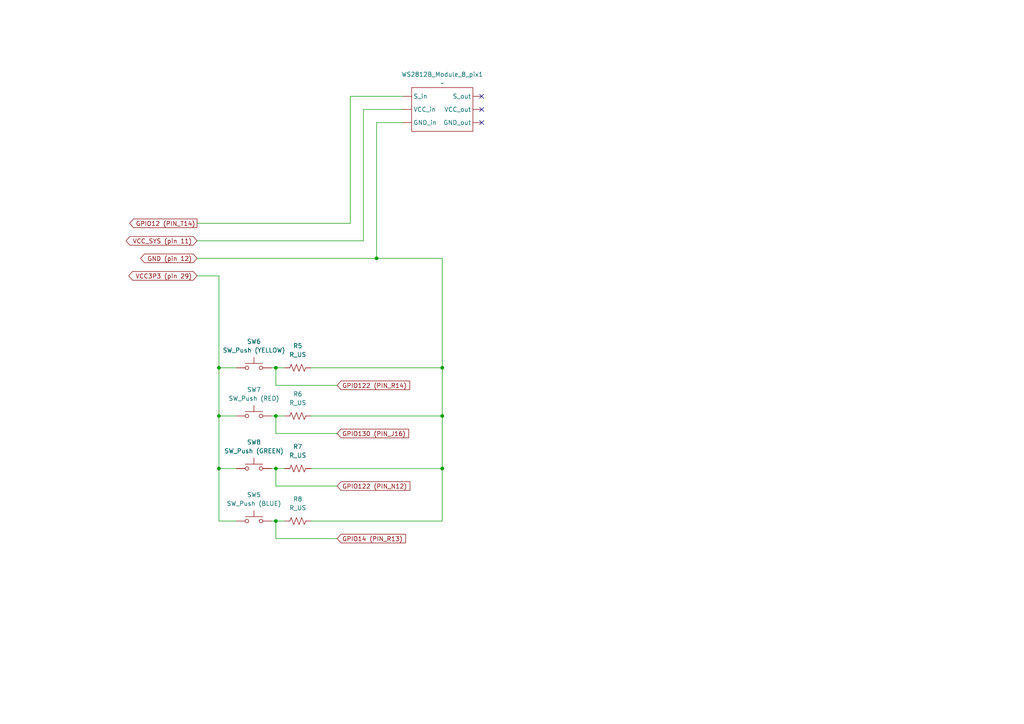
<source format=kicad_sch>
(kicad_sch
	(version 20231120)
	(generator "eeschema")
	(generator_version "8.0")
	(uuid "1ce0d6b3-e031-41e6-8652-e29a3b9692c9")
	(paper "A4")
	(lib_symbols
		(symbol "Device:R_US"
			(pin_numbers hide)
			(pin_names
				(offset 0)
			)
			(exclude_from_sim no)
			(in_bom yes)
			(on_board yes)
			(property "Reference" "R"
				(at 2.54 0 90)
				(effects
					(font
						(size 1.27 1.27)
					)
				)
			)
			(property "Value" "R_US"
				(at -2.54 0 90)
				(effects
					(font
						(size 1.27 1.27)
					)
				)
			)
			(property "Footprint" ""
				(at 1.016 -0.254 90)
				(effects
					(font
						(size 1.27 1.27)
					)
					(hide yes)
				)
			)
			(property "Datasheet" "~"
				(at 0 0 0)
				(effects
					(font
						(size 1.27 1.27)
					)
					(hide yes)
				)
			)
			(property "Description" "Resistor, US symbol"
				(at 0 0 0)
				(effects
					(font
						(size 1.27 1.27)
					)
					(hide yes)
				)
			)
			(property "ki_keywords" "R res resistor"
				(at 0 0 0)
				(effects
					(font
						(size 1.27 1.27)
					)
					(hide yes)
				)
			)
			(property "ki_fp_filters" "R_*"
				(at 0 0 0)
				(effects
					(font
						(size 1.27 1.27)
					)
					(hide yes)
				)
			)
			(symbol "R_US_0_1"
				(polyline
					(pts
						(xy 0 -2.286) (xy 0 -2.54)
					)
					(stroke
						(width 0)
						(type default)
					)
					(fill
						(type none)
					)
				)
				(polyline
					(pts
						(xy 0 2.286) (xy 0 2.54)
					)
					(stroke
						(width 0)
						(type default)
					)
					(fill
						(type none)
					)
				)
				(polyline
					(pts
						(xy 0 -0.762) (xy 1.016 -1.143) (xy 0 -1.524) (xy -1.016 -1.905) (xy 0 -2.286)
					)
					(stroke
						(width 0)
						(type default)
					)
					(fill
						(type none)
					)
				)
				(polyline
					(pts
						(xy 0 0.762) (xy 1.016 0.381) (xy 0 0) (xy -1.016 -0.381) (xy 0 -0.762)
					)
					(stroke
						(width 0)
						(type default)
					)
					(fill
						(type none)
					)
				)
				(polyline
					(pts
						(xy 0 2.286) (xy 1.016 1.905) (xy 0 1.524) (xy -1.016 1.143) (xy 0 0.762)
					)
					(stroke
						(width 0)
						(type default)
					)
					(fill
						(type none)
					)
				)
			)
			(symbol "R_US_1_1"
				(pin passive line
					(at 0 3.81 270)
					(length 1.27)
					(name "~"
						(effects
							(font
								(size 1.27 1.27)
							)
						)
					)
					(number "1"
						(effects
							(font
								(size 1.27 1.27)
							)
						)
					)
				)
				(pin passive line
					(at 0 -3.81 90)
					(length 1.27)
					(name "~"
						(effects
							(font
								(size 1.27 1.27)
							)
						)
					)
					(number "2"
						(effects
							(font
								(size 1.27 1.27)
							)
						)
					)
				)
			)
		)
		(symbol "Switch:SW_Push"
			(pin_numbers hide)
			(pin_names
				(offset 1.016) hide)
			(exclude_from_sim no)
			(in_bom yes)
			(on_board yes)
			(property "Reference" "SW"
				(at 1.27 2.54 0)
				(effects
					(font
						(size 1.27 1.27)
					)
					(justify left)
				)
			)
			(property "Value" "SW_Push"
				(at 0 -1.524 0)
				(effects
					(font
						(size 1.27 1.27)
					)
				)
			)
			(property "Footprint" ""
				(at 0 5.08 0)
				(effects
					(font
						(size 1.27 1.27)
					)
					(hide yes)
				)
			)
			(property "Datasheet" "~"
				(at 0 5.08 0)
				(effects
					(font
						(size 1.27 1.27)
					)
					(hide yes)
				)
			)
			(property "Description" "Push button switch, generic, two pins"
				(at 0 0 0)
				(effects
					(font
						(size 1.27 1.27)
					)
					(hide yes)
				)
			)
			(property "ki_keywords" "switch normally-open pushbutton push-button"
				(at 0 0 0)
				(effects
					(font
						(size 1.27 1.27)
					)
					(hide yes)
				)
			)
			(symbol "SW_Push_0_1"
				(circle
					(center -2.032 0)
					(radius 0.508)
					(stroke
						(width 0)
						(type default)
					)
					(fill
						(type none)
					)
				)
				(polyline
					(pts
						(xy 0 1.27) (xy 0 3.048)
					)
					(stroke
						(width 0)
						(type default)
					)
					(fill
						(type none)
					)
				)
				(polyline
					(pts
						(xy 2.54 1.27) (xy -2.54 1.27)
					)
					(stroke
						(width 0)
						(type default)
					)
					(fill
						(type none)
					)
				)
				(circle
					(center 2.032 0)
					(radius 0.508)
					(stroke
						(width 0)
						(type default)
					)
					(fill
						(type none)
					)
				)
				(pin passive line
					(at -5.08 0 0)
					(length 2.54)
					(name "1"
						(effects
							(font
								(size 1.27 1.27)
							)
						)
					)
					(number "1"
						(effects
							(font
								(size 1.27 1.27)
							)
						)
					)
				)
				(pin passive line
					(at 5.08 0 180)
					(length 2.54)
					(name "2"
						(effects
							(font
								(size 1.27 1.27)
							)
						)
					)
					(number "2"
						(effects
							(font
								(size 1.27 1.27)
							)
						)
					)
				)
			)
		)
		(symbol "fpga_lib:module_8_LEDs_ws2812b"
			(exclude_from_sim no)
			(in_bom yes)
			(on_board yes)
			(property "Reference" "WS2812B_Module_8_pix"
				(at 0 0 0)
				(effects
					(font
						(size 1.27 1.27)
					)
				)
			)
			(property "Value" ""
				(at 0 0 0)
				(effects
					(font
						(size 1.27 1.27)
					)
				)
			)
			(property "Footprint" ""
				(at 0 0 0)
				(effects
					(font
						(size 1.27 1.27)
					)
					(hide yes)
				)
			)
			(property "Datasheet" ""
				(at 0 0 0)
				(effects
					(font
						(size 1.27 1.27)
					)
					(hide yes)
				)
			)
			(property "Description" ""
				(at 0 0 0)
				(effects
					(font
						(size 1.27 1.27)
					)
					(hide yes)
				)
			)
			(symbol "module_8_LEDs_ws2812b_0_1"
				(rectangle
					(start -8.89 -1.27)
					(end 8.89 -13.97)
					(stroke
						(width 0)
						(type default)
					)
					(fill
						(type none)
					)
				)
			)
			(symbol "module_8_LEDs_ws2812b_1_1"
				(pin power_in line
					(at -11.43 -11.43 0)
					(length 2.54)
					(name "GND_in"
						(effects
							(font
								(size 1.27 1.27)
							)
						)
					)
					(number ""
						(effects
							(font
								(size 1.27 1.27)
							)
						)
					)
				)
				(pin power_out line
					(at 11.43 -11.43 180)
					(length 2.54)
					(name "GND_out"
						(effects
							(font
								(size 1.27 1.27)
							)
						)
					)
					(number ""
						(effects
							(font
								(size 1.27 1.27)
							)
						)
					)
				)
				(pin input line
					(at -11.43 -3.81 0)
					(length 2.54)
					(name "S_in"
						(effects
							(font
								(size 1.27 1.27)
							)
						)
					)
					(number ""
						(effects
							(font
								(size 1.27 1.27)
							)
						)
					)
				)
				(pin output line
					(at 11.43 -3.81 180)
					(length 2.54)
					(name "S_out"
						(effects
							(font
								(size 1.27 1.27)
							)
						)
					)
					(number ""
						(effects
							(font
								(size 1.27 1.27)
							)
						)
					)
				)
				(pin power_in line
					(at -11.43 -7.62 0)
					(length 2.54)
					(name "VCC_in"
						(effects
							(font
								(size 1.27 1.27)
							)
						)
					)
					(number ""
						(effects
							(font
								(size 1.27 1.27)
							)
						)
					)
				)
				(pin power_out line
					(at 11.43 -7.62 180)
					(length 2.54)
					(name "VCC_out"
						(effects
							(font
								(size 1.27 1.27)
							)
						)
					)
					(number ""
						(effects
							(font
								(size 1.27 1.27)
							)
						)
					)
				)
			)
		)
	)
	(junction
		(at 63.5 106.68)
		(diameter 0)
		(color 0 0 0 0)
		(uuid "05a41c35-0cfc-4908-970e-d8b7829f6b76")
	)
	(junction
		(at 63.5 135.89)
		(diameter 0)
		(color 0 0 0 0)
		(uuid "096e11e0-e3e2-4502-8d74-d0b6caa99eb1")
	)
	(junction
		(at 109.22 74.93)
		(diameter 0)
		(color 0 0 0 0)
		(uuid "0e011b6d-74f5-4f3c-8f66-51449c773da8")
	)
	(junction
		(at 80.01 106.68)
		(diameter 0)
		(color 0 0 0 0)
		(uuid "0ed4ff12-05c4-4f11-b609-b5d7d87f4d28")
	)
	(junction
		(at 128.27 120.65)
		(diameter 0)
		(color 0 0 0 0)
		(uuid "76821cd4-d925-4e1d-9a5a-00722a13e16a")
	)
	(junction
		(at 80.01 151.13)
		(diameter 0)
		(color 0 0 0 0)
		(uuid "80aa901a-dbf6-4d5e-a8b8-ec2b17ddc57f")
	)
	(junction
		(at 128.27 135.89)
		(diameter 0)
		(color 0 0 0 0)
		(uuid "82e1e353-6d51-4081-85ca-3edaf8b15997")
	)
	(junction
		(at 80.01 120.65)
		(diameter 0)
		(color 0 0 0 0)
		(uuid "87b17fa3-50b9-47a6-8c2c-0f16507bc7e6")
	)
	(junction
		(at 63.5 120.65)
		(diameter 0)
		(color 0 0 0 0)
		(uuid "a4c2df03-8dfa-4b02-a8e7-863cb075a9f4")
	)
	(junction
		(at 80.01 135.89)
		(diameter 0)
		(color 0 0 0 0)
		(uuid "b3bf839f-1c30-4511-993c-14f394418946")
	)
	(junction
		(at 128.27 106.68)
		(diameter 0)
		(color 0 0 0 0)
		(uuid "b4ad7b3b-f0a6-472c-a578-d8938204fa91")
	)
	(no_connect
		(at 139.7 27.94)
		(uuid "0c8f8525-2f1b-4a2d-8d62-e71750e7b3c0")
	)
	(no_connect
		(at 139.7 35.56)
		(uuid "2f3e2025-0c2b-4ccf-a2f1-81122e2f07ad")
	)
	(no_connect
		(at 139.7 31.75)
		(uuid "fd3ba6ea-9519-4ae1-9ace-594d77042b2b")
	)
	(wire
		(pts
			(xy 57.15 69.85) (xy 105.41 69.85)
		)
		(stroke
			(width 0)
			(type default)
		)
		(uuid "022c9934-cdaf-4e78-a52b-3a0386702301")
	)
	(wire
		(pts
			(xy 128.27 106.68) (xy 128.27 120.65)
		)
		(stroke
			(width 0)
			(type default)
		)
		(uuid "0b87d4b2-5cf8-41f4-9b05-f2dc6e9c19a8")
	)
	(wire
		(pts
			(xy 109.22 35.56) (xy 116.84 35.56)
		)
		(stroke
			(width 0)
			(type default)
		)
		(uuid "0e7af217-8c68-4c38-ae47-f2669d584106")
	)
	(wire
		(pts
			(xy 68.58 135.89) (xy 63.5 135.89)
		)
		(stroke
			(width 0)
			(type default)
		)
		(uuid "15d893e6-0f61-4951-9036-882e61173b7a")
	)
	(wire
		(pts
			(xy 80.01 135.89) (xy 82.55 135.89)
		)
		(stroke
			(width 0)
			(type default)
		)
		(uuid "1b93d1e0-dd7a-4d50-988e-4afd6a42e002")
	)
	(wire
		(pts
			(xy 78.74 120.65) (xy 80.01 120.65)
		)
		(stroke
			(width 0)
			(type default)
		)
		(uuid "1ecc38b8-bacf-4174-b1d1-cc99806cc811")
	)
	(wire
		(pts
			(xy 128.27 74.93) (xy 109.22 74.93)
		)
		(stroke
			(width 0)
			(type default)
		)
		(uuid "294679a1-78fe-4bcd-bd8f-eefe02ba709d")
	)
	(wire
		(pts
			(xy 90.17 106.68) (xy 128.27 106.68)
		)
		(stroke
			(width 0)
			(type default)
		)
		(uuid "2bce2f28-4fbd-4984-b077-c7aac9280b49")
	)
	(wire
		(pts
			(xy 90.17 135.89) (xy 128.27 135.89)
		)
		(stroke
			(width 0)
			(type default)
		)
		(uuid "3cb87767-c78a-4c86-b8f5-05123eee6e34")
	)
	(wire
		(pts
			(xy 80.01 140.97) (xy 80.01 135.89)
		)
		(stroke
			(width 0)
			(type default)
		)
		(uuid "417fecd5-354a-41c8-8e05-c9de503e099e")
	)
	(wire
		(pts
			(xy 116.84 31.75) (xy 105.41 31.75)
		)
		(stroke
			(width 0)
			(type default)
		)
		(uuid "4ca616b1-0fd7-4919-be32-f01513112868")
	)
	(wire
		(pts
			(xy 57.15 64.77) (xy 101.6 64.77)
		)
		(stroke
			(width 0)
			(type default)
		)
		(uuid "4d917fc7-20ba-4488-af7a-68432b3afd06")
	)
	(wire
		(pts
			(xy 101.6 27.94) (xy 116.84 27.94)
		)
		(stroke
			(width 0)
			(type default)
		)
		(uuid "53f21779-306b-43db-8d92-1636a58f85e4")
	)
	(wire
		(pts
			(xy 78.74 106.68) (xy 80.01 106.68)
		)
		(stroke
			(width 0)
			(type default)
		)
		(uuid "564b4b06-1f56-4a70-ae63-f1d4d9b671c0")
	)
	(wire
		(pts
			(xy 63.5 135.89) (xy 63.5 120.65)
		)
		(stroke
			(width 0)
			(type default)
		)
		(uuid "57fe8a4d-f755-4792-921f-80f8364a5b43")
	)
	(wire
		(pts
			(xy 68.58 120.65) (xy 63.5 120.65)
		)
		(stroke
			(width 0)
			(type default)
		)
		(uuid "6276f3db-1c9d-47a5-b204-557fd7357316")
	)
	(wire
		(pts
			(xy 78.74 151.13) (xy 80.01 151.13)
		)
		(stroke
			(width 0)
			(type default)
		)
		(uuid "639cace8-8390-4c11-bbe2-1ab124dd9c57")
	)
	(wire
		(pts
			(xy 68.58 151.13) (xy 63.5 151.13)
		)
		(stroke
			(width 0)
			(type default)
		)
		(uuid "7061d42d-9ae6-4bff-940f-ced95d91dd55")
	)
	(wire
		(pts
			(xy 63.5 106.68) (xy 68.58 106.68)
		)
		(stroke
			(width 0)
			(type default)
		)
		(uuid "73d5a4a3-0745-4466-a1f7-7dc6a14e1425")
	)
	(wire
		(pts
			(xy 109.22 35.56) (xy 109.22 74.93)
		)
		(stroke
			(width 0)
			(type default)
		)
		(uuid "7b10c09c-6f4b-4b36-afa6-9e97d066c29b")
	)
	(wire
		(pts
			(xy 78.74 135.89) (xy 80.01 135.89)
		)
		(stroke
			(width 0)
			(type default)
		)
		(uuid "815612f7-fd3f-416c-bf05-cf6ef76f76cb")
	)
	(wire
		(pts
			(xy 63.5 151.13) (xy 63.5 135.89)
		)
		(stroke
			(width 0)
			(type default)
		)
		(uuid "872087cf-35a9-456a-a507-a3d551ae7e70")
	)
	(wire
		(pts
			(xy 90.17 120.65) (xy 128.27 120.65)
		)
		(stroke
			(width 0)
			(type default)
		)
		(uuid "9a7f86b6-7b15-49be-be0f-2b3f80422cfb")
	)
	(wire
		(pts
			(xy 80.01 151.13) (xy 82.55 151.13)
		)
		(stroke
			(width 0)
			(type default)
		)
		(uuid "a2a548b5-7f00-4533-a991-f6323a00a0a9")
	)
	(wire
		(pts
			(xy 128.27 151.13) (xy 128.27 135.89)
		)
		(stroke
			(width 0)
			(type default)
		)
		(uuid "a2c99c9f-5305-4d5b-ac36-3f5420c2b15b")
	)
	(wire
		(pts
			(xy 101.6 27.94) (xy 101.6 64.77)
		)
		(stroke
			(width 0)
			(type default)
		)
		(uuid "a4b7ee2f-5ae3-4111-bd84-1e073de260d1")
	)
	(wire
		(pts
			(xy 80.01 106.68) (xy 82.55 106.68)
		)
		(stroke
			(width 0)
			(type default)
		)
		(uuid "a6954c33-2651-4e3a-aa7c-2629d6ecda5d")
	)
	(wire
		(pts
			(xy 80.01 120.65) (xy 82.55 120.65)
		)
		(stroke
			(width 0)
			(type default)
		)
		(uuid "baa7b9f3-7191-4736-a9a3-c6584343a7d8")
	)
	(wire
		(pts
			(xy 80.01 125.73) (xy 80.01 120.65)
		)
		(stroke
			(width 0)
			(type default)
		)
		(uuid "c4cc54d7-535b-4ffc-8af1-166de457fa4a")
	)
	(wire
		(pts
			(xy 105.41 31.75) (xy 105.41 69.85)
		)
		(stroke
			(width 0)
			(type default)
		)
		(uuid "c961a8c4-6d77-48f1-b87b-437709ad202f")
	)
	(wire
		(pts
			(xy 128.27 135.89) (xy 128.27 120.65)
		)
		(stroke
			(width 0)
			(type default)
		)
		(uuid "cf79498a-3749-4a0b-b976-8bb97f75fd4e")
	)
	(wire
		(pts
			(xy 90.17 151.13) (xy 128.27 151.13)
		)
		(stroke
			(width 0)
			(type default)
		)
		(uuid "d03fe93c-a482-4e0a-973c-26f8676c5bc7")
	)
	(wire
		(pts
			(xy 97.79 140.97) (xy 80.01 140.97)
		)
		(stroke
			(width 0)
			(type default)
		)
		(uuid "d3da5620-9a14-4c46-890e-113cb56e111e")
	)
	(wire
		(pts
			(xy 63.5 80.01) (xy 63.5 106.68)
		)
		(stroke
			(width 0)
			(type default)
		)
		(uuid "d709ec6e-9ac5-4c7b-85e1-718e7b8de6fa")
	)
	(wire
		(pts
			(xy 57.15 80.01) (xy 63.5 80.01)
		)
		(stroke
			(width 0)
			(type default)
		)
		(uuid "d8ac8cbb-73f1-495d-828d-0aefddfa9885")
	)
	(wire
		(pts
			(xy 57.15 74.93) (xy 109.22 74.93)
		)
		(stroke
			(width 0)
			(type default)
		)
		(uuid "d97f22fb-a6bb-48c9-927f-03aaf8dbbb8a")
	)
	(wire
		(pts
			(xy 97.79 156.21) (xy 80.01 156.21)
		)
		(stroke
			(width 0)
			(type default)
		)
		(uuid "dded19d3-588a-4ebf-b0c3-b5d714ec606a")
	)
	(wire
		(pts
			(xy 80.01 156.21) (xy 80.01 151.13)
		)
		(stroke
			(width 0)
			(type default)
		)
		(uuid "e124054f-97a2-4915-b14c-de029abf0652")
	)
	(wire
		(pts
			(xy 63.5 120.65) (xy 63.5 106.68)
		)
		(stroke
			(width 0)
			(type default)
		)
		(uuid "e165a3ee-2879-4fcb-aba9-99c83b828bf1")
	)
	(wire
		(pts
			(xy 80.01 111.76) (xy 80.01 106.68)
		)
		(stroke
			(width 0)
			(type default)
		)
		(uuid "e3ac7caa-3286-438b-8cb4-cdc8e6ce27aa")
	)
	(wire
		(pts
			(xy 97.79 125.73) (xy 80.01 125.73)
		)
		(stroke
			(width 0)
			(type default)
		)
		(uuid "ea79effa-865c-436a-8258-493c87ea56ba")
	)
	(wire
		(pts
			(xy 97.79 111.76) (xy 80.01 111.76)
		)
		(stroke
			(width 0)
			(type default)
		)
		(uuid "fcc72351-63c7-416e-9d15-f8dd59b112dc")
	)
	(wire
		(pts
			(xy 128.27 74.93) (xy 128.27 106.68)
		)
		(stroke
			(width 0)
			(type default)
		)
		(uuid "fe3a0649-aa19-46fd-8281-b967aa4e9963")
	)
	(global_label "GND (pin 12)"
		(shape bidirectional)
		(at 57.15 74.93 180)
		(fields_autoplaced yes)
		(effects
			(font
				(size 1.27 1.27)
			)
			(justify right)
		)
		(uuid "0829fdb5-6542-4e74-be23-18bd4fe0fa6a")
		(property "Intersheetrefs" "${INTERSHEET_REFS}"
			(at 40.2326 74.93 0)
			(effects
				(font
					(size 1.27 1.27)
				)
				(justify right)
				(hide yes)
			)
		)
	)
	(global_label "GPIO12 (PIN_T14)"
		(shape output)
		(at 57.15 64.77 180)
		(fields_autoplaced yes)
		(effects
			(font
				(size 1.27 1.27)
			)
			(justify right)
		)
		(uuid "3595f9e9-6a76-4557-9d45-ed1c70df2449")
		(property "Intersheetrefs" "${INTERSHEET_REFS}"
			(at 37.05 64.77 0)
			(effects
				(font
					(size 1.27 1.27)
				)
				(justify right)
				(hide yes)
			)
		)
	)
	(global_label "VCC3P3 (pin 29)"
		(shape bidirectional)
		(at 57.15 80.01 180)
		(fields_autoplaced yes)
		(effects
			(font
				(size 1.27 1.27)
			)
			(justify right)
		)
		(uuid "8a2a1dc3-dbac-43f5-bec1-4b0ec40c589f")
		(property "Intersheetrefs" "${INTERSHEET_REFS}"
			(at 36.7855 80.01 0)
			(effects
				(font
					(size 1.27 1.27)
				)
				(justify right)
				(hide yes)
			)
		)
	)
	(global_label "VCC_SYS (pin 11)"
		(shape bidirectional)
		(at 57.15 69.85 180)
		(fields_autoplaced yes)
		(effects
			(font
				(size 1.27 1.27)
			)
			(justify right)
		)
		(uuid "8fb7ecf7-ae91-441f-a1c1-f7b5ec0f9abb")
		(property "Intersheetrefs" "${INTERSHEET_REFS}"
			(at 35.9993 69.85 0)
			(effects
				(font
					(size 1.27 1.27)
				)
				(justify right)
				(hide yes)
			)
		)
	)
	(global_label "GPIO14 (PIN_R13)"
		(shape input)
		(at 97.79 156.21 0)
		(fields_autoplaced yes)
		(effects
			(font
				(size 1.27 1.27)
			)
			(justify left)
		)
		(uuid "a40615af-4a6b-4132-8413-61c67695a1c0")
		(property "Intersheetrefs" "${INTERSHEET_REFS}"
			(at 118.1924 156.21 0)
			(effects
				(font
					(size 1.27 1.27)
				)
				(justify left)
				(hide yes)
			)
		)
	)
	(global_label "GPIO122 (PIN_R14)"
		(shape input)
		(at 97.79 111.76 0)
		(fields_autoplaced yes)
		(effects
			(font
				(size 1.27 1.27)
			)
			(justify left)
		)
		(uuid "b334fa98-6f2f-4a8d-8d55-3622876e1ac7")
		(property "Intersheetrefs" "${INTERSHEET_REFS}"
			(at 119.4019 111.76 0)
			(effects
				(font
					(size 1.27 1.27)
				)
				(justify left)
				(hide yes)
			)
		)
	)
	(global_label "GPIO122 (PIN_N12)"
		(shape input)
		(at 97.79 140.97 0)
		(fields_autoplaced yes)
		(effects
			(font
				(size 1.27 1.27)
			)
			(justify left)
		)
		(uuid "e78f52e3-719e-4c04-9e99-c3a7c432e8d4")
		(property "Intersheetrefs" "${INTERSHEET_REFS}"
			(at 119.4624 140.97 0)
			(effects
				(font
					(size 1.27 1.27)
				)
				(justify left)
				(hide yes)
			)
		)
	)
	(global_label "GPIO130 (PIN_J16)"
		(shape input)
		(at 97.79 125.73 0)
		(fields_autoplaced yes)
		(effects
			(font
				(size 1.27 1.27)
			)
			(justify left)
		)
		(uuid "f1c16584-0d45-4e38-9234-3175b580d690")
		(property "Intersheetrefs" "${INTERSHEET_REFS}"
			(at 119.0995 125.73 0)
			(effects
				(font
					(size 1.27 1.27)
				)
				(justify left)
				(hide yes)
			)
		)
	)
	(symbol
		(lib_id "Switch:SW_Push")
		(at 73.66 120.65 0)
		(unit 1)
		(exclude_from_sim no)
		(in_bom yes)
		(on_board yes)
		(dnp no)
		(fields_autoplaced yes)
		(uuid "001a4953-9501-42cd-ba82-4bed34664d4c")
		(property "Reference" "SW7"
			(at 73.66 113.03 0)
			(effects
				(font
					(size 1.27 1.27)
				)
			)
		)
		(property "Value" "SW_Push (RED)"
			(at 73.66 115.57 0)
			(effects
				(font
					(size 1.27 1.27)
				)
			)
		)
		(property "Footprint" ""
			(at 73.66 115.57 0)
			(effects
				(font
					(size 1.27 1.27)
				)
				(hide yes)
			)
		)
		(property "Datasheet" "~"
			(at 73.66 115.57 0)
			(effects
				(font
					(size 1.27 1.27)
				)
				(hide yes)
			)
		)
		(property "Description" "Push button switch, generic, two pins"
			(at 73.66 120.65 0)
			(effects
				(font
					(size 1.27 1.27)
				)
				(hide yes)
			)
		)
		(pin "2"
			(uuid "b4e35feb-1362-4483-b03f-6e3dee70a16b")
		)
		(pin "1"
			(uuid "a72b0ba1-a8d9-4069-9a36-7cb0aab07c85")
		)
		(instances
			(project ""
				(path "/40e8b58e-fede-4956-ac8c-a3df9c5062b3/51c9b743-3607-4894-8a9c-99bd76c4b321"
					(reference "SW7")
					(unit 1)
				)
			)
		)
	)
	(symbol
		(lib_id "Device:R_US")
		(at 86.36 151.13 90)
		(unit 1)
		(exclude_from_sim no)
		(in_bom yes)
		(on_board yes)
		(dnp no)
		(fields_autoplaced yes)
		(uuid "306ed5c3-6f2b-4837-92b4-5558f1a70282")
		(property "Reference" "R8"
			(at 86.36 144.78 90)
			(effects
				(font
					(size 1.27 1.27)
				)
			)
		)
		(property "Value" "R_US"
			(at 86.36 147.32 90)
			(effects
				(font
					(size 1.27 1.27)
				)
			)
		)
		(property "Footprint" ""
			(at 86.614 150.114 90)
			(effects
				(font
					(size 1.27 1.27)
				)
				(hide yes)
			)
		)
		(property "Datasheet" "~"
			(at 86.36 151.13 0)
			(effects
				(font
					(size 1.27 1.27)
				)
				(hide yes)
			)
		)
		(property "Description" "Resistor, US symbol"
			(at 86.36 151.13 0)
			(effects
				(font
					(size 1.27 1.27)
				)
				(hide yes)
			)
		)
		(pin "1"
			(uuid "3a10a32e-a7b9-449c-b39a-fa9ec14bbd28")
		)
		(pin "2"
			(uuid "3c8a41b0-fb2d-4e98-b0df-200eb9d5679f")
		)
		(instances
			(project "race_4_players"
				(path "/40e8b58e-fede-4956-ac8c-a3df9c5062b3/51c9b743-3607-4894-8a9c-99bd76c4b321"
					(reference "R8")
					(unit 1)
				)
			)
		)
	)
	(symbol
		(lib_id "Device:R_US")
		(at 86.36 135.89 90)
		(unit 1)
		(exclude_from_sim no)
		(in_bom yes)
		(on_board yes)
		(dnp no)
		(fields_autoplaced yes)
		(uuid "366383a2-68f6-4387-85d7-b6489a6b6807")
		(property "Reference" "R7"
			(at 86.36 129.54 90)
			(effects
				(font
					(size 1.27 1.27)
				)
			)
		)
		(property "Value" "R_US"
			(at 86.36 132.08 90)
			(effects
				(font
					(size 1.27 1.27)
				)
			)
		)
		(property "Footprint" ""
			(at 86.614 134.874 90)
			(effects
				(font
					(size 1.27 1.27)
				)
				(hide yes)
			)
		)
		(property "Datasheet" "~"
			(at 86.36 135.89 0)
			(effects
				(font
					(size 1.27 1.27)
				)
				(hide yes)
			)
		)
		(property "Description" "Resistor, US symbol"
			(at 86.36 135.89 0)
			(effects
				(font
					(size 1.27 1.27)
				)
				(hide yes)
			)
		)
		(pin "1"
			(uuid "96d9c0e6-e09e-4af0-b4fd-b9ddd0918e10")
		)
		(pin "2"
			(uuid "9c116279-f4df-40e4-8290-9bbe516d285d")
		)
		(instances
			(project "race_4_players"
				(path "/40e8b58e-fede-4956-ac8c-a3df9c5062b3/51c9b743-3607-4894-8a9c-99bd76c4b321"
					(reference "R7")
					(unit 1)
				)
			)
		)
	)
	(symbol
		(lib_id "Switch:SW_Push")
		(at 73.66 106.68 0)
		(unit 1)
		(exclude_from_sim no)
		(in_bom yes)
		(on_board yes)
		(dnp no)
		(fields_autoplaced yes)
		(uuid "6c7b60c9-94a1-4edf-b900-b97f85be2973")
		(property "Reference" "SW6"
			(at 73.66 99.06 0)
			(effects
				(font
					(size 1.27 1.27)
				)
			)
		)
		(property "Value" "SW_Push (YELLOW)"
			(at 73.66 101.6 0)
			(effects
				(font
					(size 1.27 1.27)
				)
			)
		)
		(property "Footprint" ""
			(at 73.66 101.6 0)
			(effects
				(font
					(size 1.27 1.27)
				)
				(hide yes)
			)
		)
		(property "Datasheet" "~"
			(at 73.66 101.6 0)
			(effects
				(font
					(size 1.27 1.27)
				)
				(hide yes)
			)
		)
		(property "Description" "Push button switch, generic, two pins"
			(at 73.66 106.68 0)
			(effects
				(font
					(size 1.27 1.27)
				)
				(hide yes)
			)
		)
		(pin "2"
			(uuid "164ba74b-2b58-4a45-a397-25d18e1d5eb7")
		)
		(pin "1"
			(uuid "a4f7b06c-2839-4bc1-9aff-ada9cebf1b42")
		)
		(instances
			(project ""
				(path "/40e8b58e-fede-4956-ac8c-a3df9c5062b3/51c9b743-3607-4894-8a9c-99bd76c4b321"
					(reference "SW6")
					(unit 1)
				)
			)
		)
	)
	(symbol
		(lib_id "Switch:SW_Push")
		(at 73.66 151.13 0)
		(unit 1)
		(exclude_from_sim no)
		(in_bom yes)
		(on_board yes)
		(dnp no)
		(fields_autoplaced yes)
		(uuid "7151fda7-8a4b-481e-a5dc-05a29afd622c")
		(property "Reference" "SW5"
			(at 73.66 143.51 0)
			(effects
				(font
					(size 1.27 1.27)
				)
			)
		)
		(property "Value" "SW_Push (BLUE)"
			(at 73.66 146.05 0)
			(effects
				(font
					(size 1.27 1.27)
				)
			)
		)
		(property "Footprint" ""
			(at 73.66 146.05 0)
			(effects
				(font
					(size 1.27 1.27)
				)
				(hide yes)
			)
		)
		(property "Datasheet" "~"
			(at 73.66 146.05 0)
			(effects
				(font
					(size 1.27 1.27)
				)
				(hide yes)
			)
		)
		(property "Description" "Push button switch, generic, two pins"
			(at 73.66 151.13 0)
			(effects
				(font
					(size 1.27 1.27)
				)
				(hide yes)
			)
		)
		(pin "1"
			(uuid "b38dedc9-c5f2-458f-8a29-be52437db2ca")
		)
		(pin "2"
			(uuid "407bea8b-f264-41e1-adc1-60222e83b409")
		)
		(instances
			(project ""
				(path "/40e8b58e-fede-4956-ac8c-a3df9c5062b3/51c9b743-3607-4894-8a9c-99bd76c4b321"
					(reference "SW5")
					(unit 1)
				)
			)
		)
	)
	(symbol
		(lib_id "Switch:SW_Push")
		(at 73.66 135.89 0)
		(unit 1)
		(exclude_from_sim no)
		(in_bom yes)
		(on_board yes)
		(dnp no)
		(fields_autoplaced yes)
		(uuid "c0301764-e800-4fd9-9931-6e8dc463b45a")
		(property "Reference" "SW8"
			(at 73.66 128.27 0)
			(effects
				(font
					(size 1.27 1.27)
				)
			)
		)
		(property "Value" "SW_Push (GREEN)"
			(at 73.66 130.81 0)
			(effects
				(font
					(size 1.27 1.27)
				)
			)
		)
		(property "Footprint" ""
			(at 73.66 130.81 0)
			(effects
				(font
					(size 1.27 1.27)
				)
				(hide yes)
			)
		)
		(property "Datasheet" "~"
			(at 73.66 130.81 0)
			(effects
				(font
					(size 1.27 1.27)
				)
				(hide yes)
			)
		)
		(property "Description" "Push button switch, generic, two pins"
			(at 73.66 135.89 0)
			(effects
				(font
					(size 1.27 1.27)
				)
				(hide yes)
			)
		)
		(pin "2"
			(uuid "7be6c09c-7a0f-4c7a-90f2-e733295f07ad")
		)
		(pin "1"
			(uuid "d61fe580-c657-4f21-806c-c8070f00b9aa")
		)
		(instances
			(project ""
				(path "/40e8b58e-fede-4956-ac8c-a3df9c5062b3/51c9b743-3607-4894-8a9c-99bd76c4b321"
					(reference "SW8")
					(unit 1)
				)
			)
		)
	)
	(symbol
		(lib_id "Device:R_US")
		(at 86.36 106.68 90)
		(unit 1)
		(exclude_from_sim no)
		(in_bom yes)
		(on_board yes)
		(dnp no)
		(fields_autoplaced yes)
		(uuid "d845aa68-1d32-4eed-88c7-049c22b51d3b")
		(property "Reference" "R5"
			(at 86.36 100.33 90)
			(effects
				(font
					(size 1.27 1.27)
				)
			)
		)
		(property "Value" "R_US"
			(at 86.36 102.87 90)
			(effects
				(font
					(size 1.27 1.27)
				)
			)
		)
		(property "Footprint" ""
			(at 86.614 105.664 90)
			(effects
				(font
					(size 1.27 1.27)
				)
				(hide yes)
			)
		)
		(property "Datasheet" "~"
			(at 86.36 106.68 0)
			(effects
				(font
					(size 1.27 1.27)
				)
				(hide yes)
			)
		)
		(property "Description" "Resistor, US symbol"
			(at 86.36 106.68 0)
			(effects
				(font
					(size 1.27 1.27)
				)
				(hide yes)
			)
		)
		(pin "1"
			(uuid "c93468a2-5123-4e02-969a-8b6981b51e23")
		)
		(pin "2"
			(uuid "dbcc2015-9f0a-4340-bb23-10c5cef40b3b")
		)
		(instances
			(project ""
				(path "/40e8b58e-fede-4956-ac8c-a3df9c5062b3/51c9b743-3607-4894-8a9c-99bd76c4b321"
					(reference "R5")
					(unit 1)
				)
			)
		)
	)
	(symbol
		(lib_id "fpga_lib:module_8_LEDs_ws2812b")
		(at 128.27 24.13 0)
		(unit 1)
		(exclude_from_sim no)
		(in_bom yes)
		(on_board yes)
		(dnp no)
		(fields_autoplaced yes)
		(uuid "e0298a2b-0fbb-44e7-8514-88f57595f25b")
		(property "Reference" "WS2812B_Module_8_pix1"
			(at 128.27 21.59 0)
			(effects
				(font
					(size 1.27 1.27)
				)
			)
		)
		(property "Value" "~"
			(at 128.27 24.13 0)
			(effects
				(font
					(size 1.27 1.27)
				)
			)
		)
		(property "Footprint" ""
			(at 128.27 24.13 0)
			(effects
				(font
					(size 1.27 1.27)
				)
				(hide yes)
			)
		)
		(property "Datasheet" ""
			(at 128.27 24.13 0)
			(effects
				(font
					(size 1.27 1.27)
				)
				(hide yes)
			)
		)
		(property "Description" ""
			(at 128.27 24.13 0)
			(effects
				(font
					(size 1.27 1.27)
				)
				(hide yes)
			)
		)
		(pin ""
			(uuid "48979e3c-ee22-4628-9083-5840e16bc1a4")
		)
		(pin ""
			(uuid "215e1dd3-62d0-4808-b275-18d7a8d4c38f")
		)
		(pin ""
			(uuid "8485afdf-db0f-49fa-9b21-c74b1308327d")
		)
		(pin ""
			(uuid "f7f5816b-f424-486d-b53c-ea6d64cb7f44")
		)
		(pin ""
			(uuid "fb999665-fd54-406f-a213-3ece99ec1115")
		)
		(pin ""
			(uuid "5f779ad6-ebeb-4ffa-99d5-6aa2f37a45fa")
		)
		(instances
			(project ""
				(path "/40e8b58e-fede-4956-ac8c-a3df9c5062b3/51c9b743-3607-4894-8a9c-99bd76c4b321"
					(reference "WS2812B_Module_8_pix1")
					(unit 1)
				)
			)
		)
	)
	(symbol
		(lib_id "Device:R_US")
		(at 86.36 120.65 90)
		(unit 1)
		(exclude_from_sim no)
		(in_bom yes)
		(on_board yes)
		(dnp no)
		(fields_autoplaced yes)
		(uuid "ece787ec-71b8-4013-bac9-f999be083caf")
		(property "Reference" "R6"
			(at 86.36 114.3 90)
			(effects
				(font
					(size 1.27 1.27)
				)
			)
		)
		(property "Value" "R_US"
			(at 86.36 116.84 90)
			(effects
				(font
					(size 1.27 1.27)
				)
			)
		)
		(property "Footprint" ""
			(at 86.614 119.634 90)
			(effects
				(font
					(size 1.27 1.27)
				)
				(hide yes)
			)
		)
		(property "Datasheet" "~"
			(at 86.36 120.65 0)
			(effects
				(font
					(size 1.27 1.27)
				)
				(hide yes)
			)
		)
		(property "Description" "Resistor, US symbol"
			(at 86.36 120.65 0)
			(effects
				(font
					(size 1.27 1.27)
				)
				(hide yes)
			)
		)
		(pin "1"
			(uuid "9ef42a8d-3034-4f12-b219-8db1e2b06d40")
		)
		(pin "2"
			(uuid "7be7017c-5162-4647-8c3f-e8c998421248")
		)
		(instances
			(project "race_4_players"
				(path "/40e8b58e-fede-4956-ac8c-a3df9c5062b3/51c9b743-3607-4894-8a9c-99bd76c4b321"
					(reference "R6")
					(unit 1)
				)
			)
		)
	)
)

</source>
